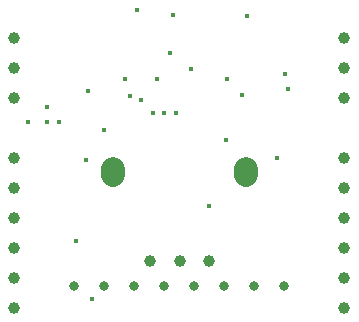
<source format=gbr>
%TF.GenerationSoftware,KiCad,Pcbnew,(5.0.2-5)-5*%
%TF.CreationDate,2019-09-23T09:23:43+03:00*%
%TF.ProjectId,digi_pot,64696769-5f70-46f7-942e-6b696361645f,rev?*%
%TF.SameCoordinates,Original*%
%TF.FileFunction,Plated,1,2,PTH,Mixed*%
%TF.FilePolarity,Positive*%
%FSLAX46Y46*%
G04 Gerber Fmt 4.6, Leading zero omitted, Abs format (unit mm)*
G04 Created by KiCad (PCBNEW (5.0.2-5)-5) date 2019 September 23, Monday 09:23:43*
%MOMM*%
%LPD*%
G01*
G04 APERTURE LIST*
%TA.AperFunction,ViaDrill*%
%ADD10C,0.400000*%
%TD*%
%TA.AperFunction,ComponentDrill*%
%ADD11C,0.800000*%
%TD*%
%TA.AperFunction,ComponentDrill*%
%ADD12C,1.000000*%
%TD*%
%TA.AperFunction,Slot*%
%ADD13C,2.000000*%
%TD*%
G04 APERTURE END LIST*
D10*
X135763000Y-88392008D03*
X137414000Y-87122000D03*
X137414000Y-88392000D03*
X138430000Y-88392000D03*
X139827000Y-98425000D03*
X140716000Y-91567000D03*
X140843000Y-85724995D03*
X141224000Y-103378000D03*
X142240000Y-89026996D03*
X144018000Y-84709000D03*
X144375304Y-86122644D03*
X145034000Y-78866998D03*
X145317633Y-86457367D03*
X146318908Y-87630284D03*
X146685000Y-84708992D03*
X147320000Y-87630000D03*
X147828000Y-82550000D03*
X148082000Y-79338010D03*
X148336000Y-87630000D03*
X149534988Y-83888160D03*
X151129954Y-95504000D03*
X152527000Y-89916000D03*
X152654000Y-84709000D03*
X153924000Y-86106000D03*
X154305000Y-79375000D03*
X156845000Y-91440000D03*
X157542730Y-84321591D03*
X157802865Y-85529135D03*
D11*
%TO.C,J1*%
X139698400Y-102209600D03*
X142238400Y-102209600D03*
X144778400Y-102209600D03*
X147318400Y-102209600D03*
X149858400Y-102209600D03*
X152398400Y-102209600D03*
X154938400Y-102209600D03*
X157478400Y-102209600D03*
D12*
%TO.C,J2*%
X134620000Y-91440000D03*
X134620000Y-93980000D03*
X134620000Y-96520000D03*
X134620000Y-99060000D03*
X134620000Y-101600000D03*
X134620000Y-104140000D03*
%TO.C,J3*%
X134620000Y-81280000D03*
X134620000Y-83820000D03*
X134620000Y-86360000D03*
%TO.C,SW1*%
X146099200Y-100126800D03*
X148599200Y-100126800D03*
X151099200Y-100126800D03*
%TO.C,J4*%
X162560000Y-81280000D03*
X162560000Y-83820000D03*
X162560000Y-86360000D03*
%TO.C,J5*%
X162560000Y-91440000D03*
X162560000Y-93980000D03*
X162560000Y-96520000D03*
X162560000Y-99060000D03*
X162560000Y-101600000D03*
X162560000Y-104140000D03*
D13*
%TO.C,SW1*%
X142999200Y-92376800D02*
X142999200Y-92876800D01*
X154199200Y-92376800D02*
X154199200Y-92876800D01*
M02*

</source>
